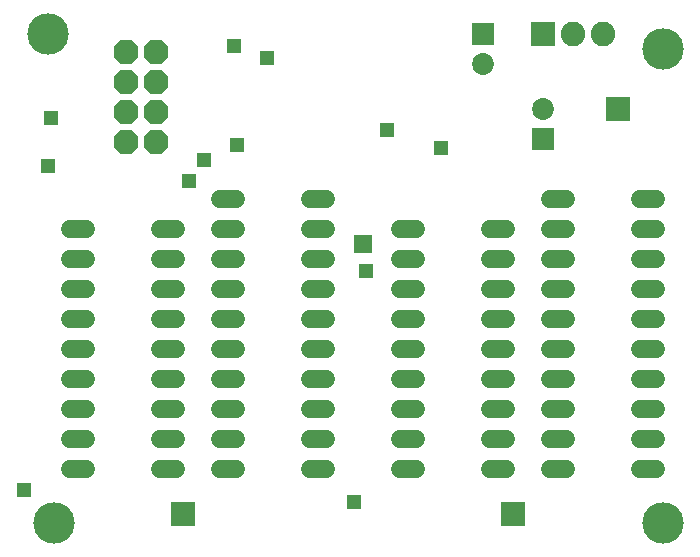
<source format=gbs>
G75*
%MOIN*%
%OFA0B0*%
%FSLAX24Y24*%
%IPPOS*%
%LPD*%
%AMOC8*
5,1,8,0,0,1.08239X$1,22.5*
%
%ADD10C,0.0600*%
%ADD11R,0.0820X0.0820*%
%ADD12C,0.0820*%
%ADD13C,0.1380*%
%ADD14OC8,0.0820*%
%ADD15C,0.0730*%
%ADD16R,0.0730X0.0730*%
%ADD17R,0.0789X0.0789*%
%ADD18R,0.0611X0.0611*%
%ADD19R,0.0476X0.0476*%
D10*
X002340Y003480D02*
X002860Y003480D01*
X002860Y004480D02*
X002340Y004480D01*
X002340Y005480D02*
X002860Y005480D01*
X002860Y006480D02*
X002340Y006480D01*
X002340Y007480D02*
X002860Y007480D01*
X002860Y008480D02*
X002340Y008480D01*
X002340Y009480D02*
X002860Y009480D01*
X002860Y010480D02*
X002340Y010480D01*
X002340Y011480D02*
X002860Y011480D01*
X005340Y011480D02*
X005860Y011480D01*
X005860Y010480D02*
X005340Y010480D01*
X005340Y009480D02*
X005860Y009480D01*
X005860Y008480D02*
X005340Y008480D01*
X005340Y007480D02*
X005860Y007480D01*
X005860Y006480D02*
X005340Y006480D01*
X005340Y005480D02*
X005860Y005480D01*
X005860Y004480D02*
X005340Y004480D01*
X005340Y003480D02*
X005860Y003480D01*
X007340Y003480D02*
X007860Y003480D01*
X007860Y004480D02*
X007340Y004480D01*
X007340Y005480D02*
X007860Y005480D01*
X007860Y006480D02*
X007340Y006480D01*
X007340Y007480D02*
X007860Y007480D01*
X007860Y008480D02*
X007340Y008480D01*
X007340Y009480D02*
X007860Y009480D01*
X007860Y010480D02*
X007340Y010480D01*
X007340Y011480D02*
X007860Y011480D01*
X007860Y012480D02*
X007340Y012480D01*
X010340Y012480D02*
X010860Y012480D01*
X010860Y011480D02*
X010340Y011480D01*
X010340Y010480D02*
X010860Y010480D01*
X010860Y009480D02*
X010340Y009480D01*
X010340Y008480D02*
X010860Y008480D01*
X010860Y007480D02*
X010340Y007480D01*
X010340Y006480D02*
X010860Y006480D01*
X010860Y005480D02*
X010340Y005480D01*
X010340Y004480D02*
X010860Y004480D01*
X010860Y003480D02*
X010340Y003480D01*
X013340Y003480D02*
X013860Y003480D01*
X013860Y004480D02*
X013340Y004480D01*
X013340Y005480D02*
X013860Y005480D01*
X013860Y006480D02*
X013340Y006480D01*
X013340Y007480D02*
X013860Y007480D01*
X013860Y008480D02*
X013340Y008480D01*
X013340Y009480D02*
X013860Y009480D01*
X013860Y010480D02*
X013340Y010480D01*
X013340Y011480D02*
X013860Y011480D01*
X016340Y011480D02*
X016860Y011480D01*
X016860Y010480D02*
X016340Y010480D01*
X016340Y009480D02*
X016860Y009480D01*
X016860Y008480D02*
X016340Y008480D01*
X016340Y007480D02*
X016860Y007480D01*
X016860Y006480D02*
X016340Y006480D01*
X016340Y005480D02*
X016860Y005480D01*
X016860Y004480D02*
X016340Y004480D01*
X016340Y003480D02*
X016860Y003480D01*
X018340Y003480D02*
X018860Y003480D01*
X018860Y004480D02*
X018340Y004480D01*
X018340Y005480D02*
X018860Y005480D01*
X018860Y006480D02*
X018340Y006480D01*
X018340Y007480D02*
X018860Y007480D01*
X018860Y008480D02*
X018340Y008480D01*
X018340Y009480D02*
X018860Y009480D01*
X018860Y010480D02*
X018340Y010480D01*
X018340Y011480D02*
X018860Y011480D01*
X018860Y012480D02*
X018340Y012480D01*
X021340Y012480D02*
X021860Y012480D01*
X021860Y011480D02*
X021340Y011480D01*
X021340Y010480D02*
X021860Y010480D01*
X021860Y009480D02*
X021340Y009480D01*
X021340Y008480D02*
X021860Y008480D01*
X021860Y007480D02*
X021340Y007480D01*
X021340Y006480D02*
X021860Y006480D01*
X021860Y005480D02*
X021340Y005480D01*
X021340Y004480D02*
X021860Y004480D01*
X021860Y003480D02*
X021340Y003480D01*
D11*
X018100Y017980D03*
D12*
X019100Y017980D03*
X020100Y017980D03*
D13*
X001800Y001680D03*
X001600Y017980D03*
X022100Y017480D03*
X022100Y001680D03*
D14*
X005200Y014380D03*
X005200Y015380D03*
X005200Y016380D03*
X005200Y017380D03*
X004200Y017380D03*
X004200Y016380D03*
X004200Y015380D03*
X004200Y014380D03*
D15*
X016100Y016980D03*
X018100Y015480D03*
D16*
X018100Y014480D03*
X016100Y017980D03*
D17*
X020600Y015480D03*
X017100Y001980D03*
X006100Y001980D03*
D18*
X012100Y010980D03*
D19*
X012200Y010080D03*
X014700Y014180D03*
X012900Y014780D03*
X008900Y017180D03*
X007800Y017580D03*
X007900Y014280D03*
X006800Y013780D03*
X006300Y013080D03*
X001700Y015180D03*
X001600Y013580D03*
X000800Y002780D03*
X011800Y002380D03*
M02*

</source>
